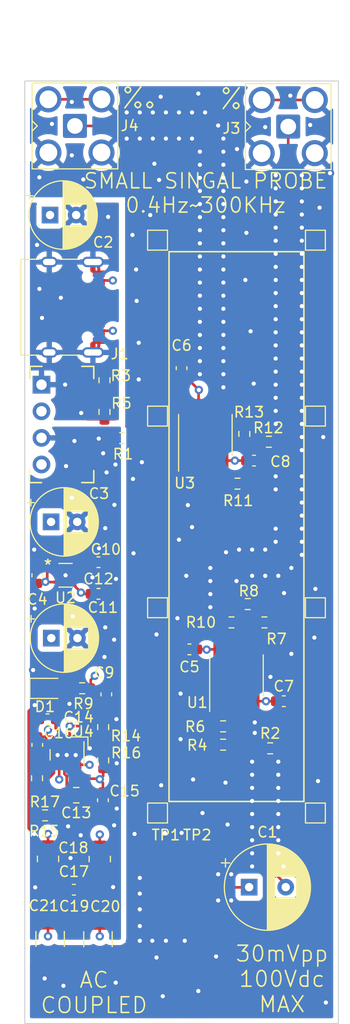
<source format=kicad_pcb>
(kicad_pcb (version 20220331) (generator pcbnew)
  (layers (0 "F.Cu" signal) (1 "In1.Cu" signal) (2 "In2.Cu" signal) (31 "B.Cu" signal) (34 "B.Paste" user) (35 "F.Paste" user) (36 "B.SilkS" user "B.Silkscreen") (37 "F.SilkS" user "F.Silkscreen") (38 "B.Mask" user) (39 "F.Mask" user) (44 "Edge.Cuts" user))
  (net 0 "")
  (net 1 "Net-(C1-Pad1)")
  (net 2 "Net-(U1A-+)_1")
  (net 3 "Net-(J1-VBUS)")
  (net 4 "GNDPWR")
  (net 5 "+5V")
  (net 6 "GND")
  (net 7 "VAA")
  (net 8 "GNDA")
  (net 9 "VEE")
  (net 10 "VCC")
  (net 11 "Net-(U2-BYP)")
  (net 12 "Net-(U4-C+)")
  (net 13 "Net-(U4-C-)")
  (net 14 "Net-(U4-CP)")
  (net 15 "Net-(U4-OUT+)")
  (net 16 "Net-(U4-OUT-)")
  (net 17 "Net-(D1-A)")
  (net 18 "Net-(J1-CC1)")
  (net 19 "Net-(J1-D+)")
  (net 21 "Net-(J1-CC2)")
  (net 23 "Net-(J3-In)")
  (net 24 "Net-(U1A--)_1")
  (net 25 "Net-(U1A-+)")
  (net 26 "Net-(U1A--)")
  (net 27 "Net-(U3--)")
  (net 28 "Net-(U4-FB+)")
  (net 29 "Net-(U4-FB-)")
  (net 33 "Net-(J4-In)")
  (footprint "Resistor_SMD:R_0603_1608Metric" (layer "F.Cu") (at 137.625 81.6 90)
    (fp_text reference "R5")
    (fp_text value "5.1k")
  )
  (footprint "Package_SON:WSON-12-1EP_3x2mm_P0.5mm_EP1x2.65_ThermalVias" (layer "F.Cu") (at 134.0425 114.3425 -90)
    (fp_text reference "U4")
    (fp_text value "LM27762")
  )
  (footprint "Capacitor_THT:CP_Radial_D6.3mm_P2.50mm" (layer "F.Cu") (at 132.517621 92.1)
    (fp_text reference "C3")
    (fp_text value "220uf")
  )
  (footprint "Resistor_SMD:R_0603_1608Metric" (layer "F.Cu") (at 153.35 84.45 180)
    (fp_text reference "R12")
    (fp_text value "2.1k")
  )
  (footprint "TestPoint:TestPoint_Pad_1.5x1.5mm" (layer "F.Cu") (at 142.7 65.2)
    (fp_text reference "TP10" hide)
    (fp_text value "RF_Shell")
  )
  (footprint "Resistor_SMD:R_0603_1608Metric" (layer "F.Cu") (at 148.975 111.625 180)
    (fp_text reference "R6")
    (fp_text value "18.7k")
  )
  (footprint "Capacitor_SMD:C_0603_1608Metric" (layer "F.Cu") (at 131.2 113.4 -90)
    (fp_text reference "C16")
    (fp_text value "2.2uF")
  )
  (footprint "Resistor_SMD:R_0603_1608Metric" (layer "F.Cu") (at 135.49 107.99)
    (fp_text reference "R9")
    (fp_text value "200")
  )
  (footprint "Capacitor_SMD:C_0603_1608Metric" (layer "F.Cu") (at 137.05 98.975)
    (fp_text reference "C12")
    (fp_text value "1uf")
  )
  (footprint "FP:P50 Tip" (layer "F.Cu") (at 146.5 127 90)
    (fp_text reference "TP2")
    (fp_text value "TestPoint")
  )
  (footprint "Resistor_SMD:R_0603_1608Metric" (layer "F.Cu") (at 151.325 99.95 180)
    (fp_text reference "R8")
    (fp_text value "2.1k")
  )
  (footprint "Resistor_SMD:R_0603_1608Metric" (layer "F.Cu") (at 137.625 78.575 90)
    (fp_text reference "R3")
    (fp_text value "5.1k")
  )
  (footprint "Resistor_SMD:R_0603_1608Metric" (layer "F.Cu") (at 152.925 101.7)
    (fp_text reference "R7")
    (fp_text value "51k")
  )
  (footprint "Resistor_SMD:R_0603_1608Metric" (layer "F.Cu") (at 139.325 84.1)
    (fp_text reference "R1")
    (fp_text value "0")
  )
  (footprint "Resistor_SMD:R_0603_1608Metric" (layer "F.Cu") (at 131.175 116.575 -90)
    (fp_text reference "R17")
    (fp_text value "75K")
  )
  (footprint "FP:C_Feed_0805_2012Metric" (layer "F.Cu") (at 132.225 124.275 90)
    (fp_text reference "C18")
    (fp_text value "104")
  )
  (footprint "Package_SO:SOIC-8_3.9x4.9mm_P1.27mm" (layer "F.Cu") (at 150.25 106.75 90)
    (fp_text reference "U1")
    (fp_text value "ADA4522-2")
  )
  (footprint "Resistor_SMD:R_0603_1608Metric" (layer "F.Cu") (at 137.5 114.875 90)
    (fp_text reference "R16")
    (fp_text value "78.7k")
  )
  (footprint "Capacitor_SMD:C_0603_1608Metric" (layer "F.Cu") (at 154.775 109.225)
    (fp_text reference "C7")
    (fp_text value "100nf")
  )
  (footprint "TestPoint:TestPoint_Pad_1.5x1.5mm" (layer "F.Cu") (at 142.7 82)
    (fp_text reference "TP7" hide)
    (fp_text value "RF_Shell")
  )
  (footprint "Capacitor_SMD:C_0603_1608Metric" (layer "F.Cu") (at 151.925 86.25)
    (fp_text reference "C8")
    (fp_text value "100nf")
  )
  (footprint "Capacitor_SMD:C_0603_1608Metric" (layer "F.Cu") (at 137.475 118.675 90)
    (fp_text reference "C15")
    (fp_text value "2.2uF")
  )
  (footprint "Capacitor_SMD:C_0603_1608Metric" (layer "F.Cu") (at 137.8 108.575 90)
    (fp_text reference "C9")
    (fp_text value "100nF")
  )
  (footprint "Resistor_SMD:R_0603_1608Metric" (layer "F.Cu") (at 131.95 120.125)
    (fp_text reference "R15")
    (fp_text value "51K")
  )
  (footprint "Capacitor_SMD:C_0603_1608Metric" (layer "F.Cu") (at 137.05 95.95)
    (fp_text reference "C10")
    (fp_text value "100nf")
  )
  (footprint "FP:C_Feed_0805_2012Metric" (layer "F.Cu") (at 137.175 124.3 -90)
    (fp_text reference "C17")
    (fp_text value "104")
  )
  (footprint "Capacitor_SMD:C_0603_1608Metric" (layer "F.Cu") (at 134.7 127.225 180)
    (fp_text reference "C19")
    (fp_text value "2.2uF")
  )
  (footprint "Capacitor_SMD:C_1210_3225Metric" (layer "F.Cu") (at 137 131.95 -90)
    (fp_text reference "C20")
    (fp_text value "100uf")
  )
  (footprint "Resistor_SMD:R_0603_1608Metric" (layer "F.Cu") (at 137.5 111.7 90)
    (fp_text reference "R14")
    (fp_text value "51K")
  )
  (footprint "LED_SMD:LED_0805_2012Metric" (layer "F.Cu") (at 132.1625 108)
    (fp_text reference "D1")
    (fp_text value "LED")
  )
  (footprint "TestPoint:TestPoint_Pad_1.5x1.5mm" (layer "F.Cu") (at 157.8 82)
    (fp_text reference "TP4" hide)
    (fp_text value "RF_Shell")
  )
  (footprint "TestPoint:TestPoint_Pad_1.5x1.5mm" (layer "F.Cu") (at 157.8 65.2)
    (fp_text reference "TP3" hide)
    (fp_text value "RF_Shell")
  )
  (footprint "TestPoint:TestPoint_Pad_1.5x1.5mm" (layer "F.Cu") (at 157.8 119.9)
    (fp_text reference "TP8" hide)
    (fp_text value "RF_Shell")
  )
  (footprint "Connector_USB:USB_C_Receptacle_XKB_U262-16XN-4BVC11" (layer "F.Cu") (at 133.415 71.6 -90)
    (fp_text reference "J1")
    (fp_text value "USB_C_Receptacle_USB2.0")
  )
  (footprint "Resistor_SMD:R_0603_1608Metric" (layer "F.Cu") (at 148.975 113.375)
    (fp_text reference "R4")
    (fp_text value "2.1k")
  )
  (footprint "TestPoint:TestPoint_Pad_1.5x1.5mm" (layer "F.Cu") (at 157.8 100.3)
    (fp_text reference "TP5" hide)
    (fp_text value "RF_Shell")
  )
  (footprint "TestPoint:TestPoint_Pad_1.5x1.5mm" (layer "F.Cu") (at 142.7 100.3)
    (fp_text reference "TP9" hide)
    (fp_text value "RF_Shell")
  )
  (footprint "Capacitor_SMD:C_1210_3225Metric" (layer "F.Cu") (at 132.425 131.925 90)
    (fp_text reference "C21")
    (fp_text value "100uf")
  )
  (footprint "FP:NCV8570BMN300R2G" (layer "F.Cu") (at 133.9 97.2)
    (fp_text reference "U2")
    (fp_text value "NCV8570BMN300R2G" hide)
  )
  (footprint "Capacitor_THT:CP_Radial_D6.3mm_P2.50mm" (layer "F.Cu") (at 132.54 103.2)
    (fp_text reference "C11")
    (fp_text value "220uf")
  )
  (footprint "Capacitor_THT:CP_Radial_D6.3mm_P2.50mm" (layer "F.Cu") (at 132.417621 62.8)
    (fp_text reference "C2")
    (fp_text value "220uf")
  )
  (footprint "Resistor_SMD:R_0603_1608Metric" (layer "F.Cu") (at 153.475 113.725)
    (fp_text reference "R2")
    (fp_text value "200k")
  )
  (footprint "Resistor_SMD:R_0603_1608Metric" (layer "F.Cu") (at 149.775 101.7 180)
    (fp_text reference "R10")
    (fp_text value "18.7k")
  )
  (footprint "Resistor_SMD:R_0603_1608Metric" (layer "F.Cu") (at 151 83.7 90)
    (fp_text reference "R13")
    (fp_text value "18.7k")
  )
  (footprint "FP:5V1W" (layer "F.Cu") (at 131.6 79)
    (fp_text reference "J2")
    (fp_text value "Conn_01x04")
  )
  (footprint "Connector_Coaxial:SMA_Amphenol_901-143_Horizontal" (layer "F.Cu") (at 155.2 54.35)
    (fp_text reference "J3")
    (fp_text value "BNC")
  )
  (footprint "Connector_Coaxial:SMA_Amphenol_901-143_Horizontal" (layer "F.Cu") (at 134.8 54.29)
    (fp_text reference "J4")
    (fp_text value "BNC")
  )
  (footprint "Capacitor_SMD:C_0805_2012Metric" (layer "F.Cu") (at 134.925 118.2 180)
    (fp_text reference "C13")
    (fp_text value "4.7uF")
  )
  (footprint "Capacitor_SMD:C_0603_1608Metric" (layer "F.Cu") (at 131.2 97.2 90)
    (fp_text reference "C4")
    (fp_text value "100nf")
  )
  (footprint "Capacitor_SMD:C_0603_1608Metric" (layer "F.Cu") (at 145.75 104.275 180)
    (fp_text reference "C5")
    (fp_text value "100nf")
  )
  (footprint "FP:P50 Tip" (layer "F.Cu") (at 143.5 127 90)
    (fp_text reference "TP1")
    (fp_text value "TestPoint")
  )
  (footprint "Resistor_SMD:R_0603_1608Metric" (layer "F.Cu") (at 150.35 88.45)
    (fp_text reference "R11")
    (fp_text value "51k")
  )
  (footprint "Package_SO:SOIC-8_3.9x4.9mm_P1.27mm" (layer "F.Cu") (at 147.275 83.8 90)
    (fp_text reference "U3")
    (fp_text value "LME49710")
  )
  (footprint "TestPoint:TestPoint_Pad_1.5x1.5mm" (layer "F.Cu") (at 142.7 119.9)
    (fp_text reference "TP6" hide)
    (fp_text value "RF_Shell")
  )
  (footprint "Capacitor_SMD:C_0603_1608Metric" (layer "F.Cu") (at 132.175 110.95 180)
    (fp_text reference "C14")
    (fp_text value "2.2uF")
  )
  (footprint "Capacitor_THT:CP_Radial_D8.0mm_P3.50mm" (layer "F.Cu") (at 151.46 126.98)
    (fp_text reference "C1")
    (fp_text value "10uf")
  )
  (footprint "Capacitor_SMD:C_0603_1608Metric" (layer "F.Cu") (at 145 77.425 90)
    (fp_text reference "C6")
    (fp_text value "100nf")
  )
  (gr_line (start 156.7 66.3) (end 156.7 99.1) (stroke (width 0.15)) (layer "F.SilkS"))
  (gr_line (start 156.7 118.8) (end 143.8 118.8) (stroke (width 0.15)) (layer "F.SilkS"))
  (gr_line (start 143.8 66.3) (end 156.7 66.3) (stroke (width 0.15)) (layer "F.SilkS"))
  (gr_line (start 143.8 99.1) (end 143.8 66.3) (stroke (width 0.15)) (layer "F.SilkS"))
  (gr_line (start 156.7 99.1) (end 156.7 118.8) (stroke (width 0.15)) (layer "F.SilkS"))
  (gr_line (start 143.8 118.8) (end 143.8 99.1) (stroke (width 0.15)) (layer "F.SilkS"))
  (gr_line (start 130 140) (end 130 50) (stroke (width 0.1)) (layer "Edge.Cuts"))
  (gr_line (start 160 140) (end 130 140) (stroke (width 0.1)) (layer "Edge.Cuts"))
  (gr_line (start 130 50) (end 160 50) (stroke (width 0.1)) (layer "Edge.Cuts"))
  (gr_line (start 160 50) (end 160 140) (stroke (width 0.1)) (layer "Edge.Cuts"))
  (gr_text "SMALL SINGAL PROBE\n0.4Hz~300KHz" (at 147.3 60.7) (layer "F.SilkS") (effects (font (size 1.44 1.44))))
  (gr_text "%" (at 149.74 51.72) (layer "F.SilkS") (effects (font (size 2 2))))
  (gr_text "‰" (at 140.91 51.64) (layer "F.SilkS") (effects (font (size 2 2))))
  (gr_text "30mVpp\n100Vdc\nMAX" (at 154.6 135.75) (layer "F.SilkS") (effects (font (size 1.5 1.5))))
  (gr_text "AC\nCOUPLED" (at 136.625 137.05) (layer "F.SilkS") (effects (font (size 1.5 1.5))))
  (segment (start 151.44 127) (end 146.5 127) (width 0.25) (layer "F.Cu") (net 1))
  (segment (start 151.46 126.98) (end 151.44 127) (width 0.25) (layer "F.Cu") (net 1))
  (segment (start 148.925 106.8) (end 151.475 106.8) (width 0.25) (layer "F.Cu") (net 2))
  (segment (start 148.2 110.925) (end 148.2 111.625) (width 0.25) (layer "F.Cu") (net 2))
  (segment (start 152.175 106.1) (end 152.175 104.295) (width 0.25) (layer "F.Cu") (net 2))
  (segment (start 148.345 109.225) (end 148.345 110.78) (width 0.25) (layer "F.Cu") (net 2))
  (segment (start 148.345 109.225) (end 148.345 107.38) (width 0.25) (layer "F.Cu") (net 2))
  (segment (start 148.345 107.38) (end 148.925 106.8) (width 0.25) (layer "F.Cu") (net 2))
  (segment (start 152.155 104.275) (end 152.155 101.705) (width 0.25) (layer "F.Cu") (net 2))
  (segment (start 148.345 110.78) (end 148.2 110.925) (width 0.25) (layer "F.Cu") (net 2))
  (segment (start 152.175 104.295) (end 152.155 104.275) (width 0.25) (layer "F.Cu") (net 2))
  (segment (start 152.155 101.705) (end 152.15 101.7) (width 0.25) (layer "F.Cu") (net 2))
  (segment (start 151.475 106.8) (end 152.175 106.1) (width 0.25) (layer "F.Cu") (net 2))
  (segment (start 137.085 73.85) (end 138.425 73.85) (width 0.25) (layer "F.Cu") (net 3))
  (segment (start 137.085 69.05) (end 138.425 69.05) (width 0.25) (layer "F.Cu") (net 3))
  (segment (start 137.085 73.85) (end 137.085 74.15) (width 0.25) (layer "F.Cu") (net 3))
  (segment (start 137.085 69.05) (end 137.085 69.35) (width 0.25) (layer "F.Cu") (net 3))
  (via (at 138.425 73.85) (size 0.8) (drill 0.4) (layers "F.Cu" "B.Cu") (net 3))
  (via (at 138.425 69.05) (size 0.8) (drill 0.4) (layers "F.Cu" "B.Cu") (net 3))
  (segment (start 137.085 74.65) (end 137.085 74.95) (width 0.25) (layer "F.Cu") (net 4))
  (segment (start 137.085 68.25) (end 137.085 68.55) (width 0.25) (layer "F.Cu") (net 4))
  (segment (start 137.5 82.3) (end 137 82.3) (width 0.25) (layer "F.Cu") (net 4))
  (segment (start 137 82.3) (end 138.6 82.3) (width 0.25) (layer "F.Cu") (net 4))
  (segment (start 136 82.3) (end 135.4 81.7) (width 0.25) (layer "F.Cu") (net 4))
  (segment (start 138.6 82.3) (end 138.8 82.1) (width 0.25) (layer "F.Cu") (net 4))
  (segment (start 138.8 79.5) (end 138.65 79.35) (width 0.25) (layer "F.Cu") (net 4))
  (segment (start 137.085 67.845) (end 136.52 67.28) (width 0.25) (layer "F.Cu") (net 4))
  (segment (start 138.65 79.35) (end 137.625 79.35) (width 0.25) (layer "F.Cu") (net 4))
  (segment (start 138.8 82.1) (end 138.8 79.5) (width 0.25) (layer "F.Cu") (net 4))
  (segment (start 137 82.3) (end 136 82.3) (width 0.25) (layer "F.Cu") (net 4))
  (segment (start 137.085 74.65) (end 137.085 75.355) (width 0.25) (layer "F.Cu") (net 4))
  (segment (start 137.085 68.25) (end 137.085 67.845) (width 0.25) (layer "F.Cu") (net 4))
  (segment (start 137.085 75.355) (end 136.52 75.92) (width 0.25) (layer "F.Cu") (net 4))
  (segment (start 137.625 82.425) (end 137.5 82.3) (width 0.25) (layer "F.Cu") (net 4))
  (via (at 131.175 65.65) (size 0.8) (drill 0.4) (layers "F.Cu" "B.Cu") (net 4))
  (via (at 131.65 72.625) (size 0.8) (drill 0.4) (layers "F.Cu" "B.Cu") (net 4))
  (via (at 133.86 78.99) (size 0.8) (drill 0.4) (layers "F.Cu" "B.Cu") (net 4))
  (via (at 137.975 62.975) (size 0.8) (drill 0.4) (layers "F.Cu" "B.Cu") (net 4))
  (via (at 135.4 81.7) (size 0.8) (drill 0.4) (layers "F.Cu" "B.Cu") (net 4))
  (via (at 133.45 70.7) (size 0.8) (drill 0.4) (layers "F.Cu" "B.Cu") (net 4))
  (via (at 131.4 69.85) (size 0.8) (drill 0.4) (layers "F.Cu" "B.Cu") (net 4))
  (segment (start 131.325001 97.849999) (end 131.2 97.975) (width 0.25) (layer "F.Cu") (net 5))
  (segment (start 132.77575 97.849999) (end 132.150001 97.849999) (width 0.25) (layer "F.Cu") (net 5))
  (segment (start 132.251199 96.548801) (end 132.150001 96.649999) (width 0.25) (layer "F.Cu") (net 5))
  (segment (start 131.999999 97.849999) (end 131.975 97.825) (width 0.25) (layer "F.Cu") (net 5))
  (segment (start 132.150001 96.649999) (end 132.150001 97.849999) (width 0.25) (layer "F.Cu") (net 5))
  (segment (start 132.77575 96.548801) (end 132.251199 96.548801) (width 0.25) (layer "F.Cu") (net 5))
  (segment (start 131.975 97.825) (end 131.950001 97.849999) (width 0.25) (layer "F.Cu") (net 5))
  (segment (start 131.950001 97.849999) (end 131.325001 97.849999) (width 0.25) (layer "F.Cu") (net 5))
  (segment (start 132.150001 97.849999) (end 131.999999 97.849999) (width 0.25) (layer "F.Cu") (net 5))
  (via (at 131.975 97.825) (size 0.8) (drill 0.4) (layers "F.Cu" "B.Cu") (net 5))
  (segment (start 130.95 109.6) (end 130.37548 110.17452) (width 0.25) (layer "F.Cu") (net 6))
  (segment (start 133.7925 114.0925) (end 134.01 114.31) (width 0.25) (layer "F.Cu") (net 6))
  (segment (start 134.62425 97.1988) (end 133.9012 97.1988) (width 0.25) (layer "F.Cu") (net 6))
  (segment (start 134.06 114.36) (end 134.0425 114.3425) (width 0.25) (layer "F.Cu") (net 6))
  (segment (start 130.37548 114.99952) (end 130.37548 115.97452) (width 0.25) (layer "F.Cu") (net 6))
  (segment (start 133.7925 114.1425) (end 134.01 114.36) (width 0.25) (layer "F.Cu") (net 6))
  (segment (start 135.2925 114.0925) (end 134.87 114.37) (width 0.25) (layer "F.Cu") (net 6))
  (segment (start 136.2738 97.1988) (end 136.475 97.4) (width 0.25) (layer "F.Cu") (net 6))
  (segment (start 134.01 114.31) (end 134.01 114.36) (width 0.25) (layer "F.Cu") (net 6))
  (segment (start 130.37548 110.17452) (end 130.37548 115.97452) (width 0.25) (layer "F.Cu") (net 6))
  (segment (start 130.37548 115.97452) (end 130.37548 121.37548) (width 0.25) (layer "F.Cu") (net 6))
  (segment (start 134.82425 97.1988) (end 136.2738 97.1988) (width 0.25) (layer "F.Cu") (net 6))
  (segment (start 133.7925 113.3175) (end 133.7925 114.1425) (width 0.25) (layer "F.Cu") (net 6))
  (segment (start 134.01 114.36) (end 134.06 114.36) (width 0.25) (layer "F.Cu") (net 6))
  (segment (start 130.37548 121.37548) (end 130.9 121.9) (width 0.25) (layer "F.Cu") (net 6))
  (segment (start 131.2 114.175) (end 130.37548 114.99952) (width 0.25) (layer "F.Cu") (net 6))
  (segment (start 135.2925 113.3925) (end 135.2925 114.0925) (width 0.25) (layer "F.Cu") (net 6))
  (segment (start 134.87 114.37) (end 135.0425 114.3425) (width 0.25) (layer "F.Cu") (net 6))
  (segment (start 130.9 121.9) (end 130.9 121.85) (width 0.25) (layer "F.Cu") (net 6))
  (segment (start 132.97575 97.1988) (end 133.8988 97.1988) (width 0.25) (layer "F.Cu") (net 6))
  (segment (start 130.9 121.85) (end 130.37548 121.32548) (width 0.25) (layer "F.Cu") (net 6))
  (via (at 137.7 92.7) (size 0.8) (drill 0.4) (layers "F.Cu" "B.Cu") (net 6))
  (via (at 138.55 103.35) (size 0.8) (drill 0.4) (layers "F.Cu" "B.Cu") (net 6))
  (via (at 134.5 89.8) (size 0.8) (drill 0.4) (layers "F.Cu" "B.Cu") (net 6))
  (via (at 134.6 101.125) (size 0.8) (drill 0.4) (layers "F.Cu" "B.Cu") (net 6))
  (via (at 138.675 86.625) (size 0.8) (drill 0.4) (layers "F.Cu" "B.Cu") (net 6))
  (via (at 134.275 109.475) (size 0.8) (drill 0.4) (layers "F.Cu" "B.Cu") (net 6))
  (via (at 130.8 106.25) (size 0.8) (drill 0.4) (layers "F.Cu" "B.Cu") (net 6))
  (via (at 133.14 114.37) (size 0.8) (drill 0.4) (layers "F.Cu" "B.Cu") (net 6))
  (via (at 134.87 114.37) (size 0.8) (drill 0.4) (layers "F.Cu" "B.Cu") (net 6))
  (via (at 137.825 87.375) (size 0.8) (drill 0.4) (layers "F.Cu" "B.Cu") (net 6))
  (via (at 137.075 84.15) (size 0.8) (drill 0.4) (layers "F.Cu" "B.Cu") (net 6))
  (via (at 136.22 113.72) (size 0.8) (drill 0.4) (layers "F.Cu" "B.Cu") (net 6))
  (via (at 134.75 84.375) (size 0.8) (drill 0.4) (layers "F.Cu" "B.Cu") (net 6))
  (via (at 130.95 109.6) (size 0.8) (drill 0.4) (layers "F.Cu" "B.Cu") (net 6))
  (via (at 138.725 97.55) (size 0.8) (drill 0.4) (layers "F.Cu" "B.Cu") (net 6))
  (via (at 138.575 90.475) (size 0.8) (drill 0.4) (layers "F.Cu" "B.Cu") (net 6))
  (via (at 130.9 121.9) (size 0.8) (drill 0.4) (layers "F.Cu" "B.Cu") (net 6))
  (via (at 135.35 122.025) (size 0.8) (drill 0.4) (layers "F.Cu" "B.Cu") (net 6))
  (via (at 137.625 105) (size 0.8) (drill 0.4) (layers "F.Cu" "B.Cu") (net 6))
  (via (at 138.77 110.94) (size 0.8) (drill 0.4) (layers "F.Cu" "B.Cu") (net 6))
  (via (at 137.5 85.55) (size 0.8) (drill 0.4) (layers "F.Cu" "B.Cu") (net 6))
  (via (at 131 127) (size 0.8) (drill 0.4) (layers "F.Cu" "B.Cu") (net 6))
  (via (at 130.9 94.75) (size 0.8) (drill 0.4) (layers "F.Cu" "B.Cu") (net 6))
  (via (at 137.1 94.625) (size 0.8) (drill 0.4) (layers "F.Cu" "B.Cu") (net 6))
  (via (at 137.7 102.175) (size 0.8) (drill 0.4) (layers "F.Cu" "B.Cu") (net 6))
  (via (at 130.95 100.375) (size 0.8) (drill 0.4) (layers "F.Cu" "B.Cu") (net 6))
  (via (at 138.45 126.975) (size 0.8) (drill 0.4) (layers "F.Cu" "B.Cu") (net 6))
  (via (at 134.01 114.36) (size 0.8) (drill 0.4) (layers "F.Cu" "B.Cu") (net 6))
  (via (at 138.8 119.475) (size 0.8) (drill 0.4) (layers "F.Cu" "B.Cu") (net 6))
  (via (at 133.9 97.2) (size 0.8) (drill 0.4) (layers "F.Cu" "B.Cu") (net 6))
  (via (at 134.375 124.2) (size 0.8) (drill 0.4) (layers "F.Cu" "B.Cu") (net 6))
  (via (at 133.95 86.775) (size 0.8) (drill 0.4) (layers "F.Cu" "B.Cu") (net 6))
  (via (at 136.475 97.4) (size 0.8) (drill 0.4) (layers "F.Cu" "B.Cu") (net 6))
  (via (at 138.8 115.15) (size 0.8) (drill 0.4) (layers "F.Cu" "B.Cu") (net 6))
  (via (at 138.55 121.075) (size 0.8) (drill 0.4) (layers "F.Cu" "B.Cu") (net 6))
  (via (at 134.15 121.175) (size 0.8) (drill 0.4) (layers "F.Cu" "B.Cu") (net 6))
  (segment (start 137.175 125.57) (end 137.175 129.4) (width 0.25) (layer "F.Cu") (net 7))
  (segment (start 146.625 79.525) (end 146.625 81.31) (width 0.25) (layer "F.Cu") (net 7))
  (segment (start 146.625 81.31) (end 146.64 81.325) (width 0.25) (layer "F.Cu") (net 7))
  (segment (start 147.4 104.3) (end 147.425 104.275) (width 0.25) (layer "F.Cu") (net 7))
  (segment (start 147.375 104.275) (end 147.4 104.3) (width 0.25) (layer "F.Cu") (net 7))
  (segment (start 146.65 79.5) (end 146.625 79.525) (width 0.25) (layer "F.Cu") (net 7))
  (segment (start 137.175 126.425) (end 136.375 127.225) (width 0.25) (layer "F.Cu") (net 7))
  (segment (start 147.425 104.275) (end 148.345 104.275) (width 0.25) (layer "F.Cu") (net 7))
  (segment (start 145 78.2) (end 145.35 78.2) (width 0.25) (layer "F.Cu") (net 7))
  (segment (start 145.35 78.2) (end 146.65 79.5) (width 0.25) (layer "F.Cu") (net 7))
  (segment (start 146.525 104.275) (end 147.375 104.275) (width 0.25) (layer "F.Cu") (net 7))
  (segment (start 136.375 127.225) (end 135.475 127.225) (width 0.25) (layer "F.Cu") (net 7))
  (segment (start 137.175 125.57) (end 137.175 126.425) (width 0.25) (layer "F.Cu") (net 7))
  (segment (start 137.175 129.4) (end 137.175 131.675) (width 0.25) (layer "F.Cu") (net 7))
  (via (at 146.65 79.5) (size 0.8) (drill 0.4) (layers "F.Cu" "B.Cu") (net 7))
  (via (at 147.4 104.3) (size 0.8) (drill 0.4) (layers "F.Cu" "B.Cu") (net 7))
  (via (at 137.175 131.675) (size 0.8) (drill 0.4) (layers "F.Cu" "B.Cu") (net 7))
  (segment (start 143.4 132) (end 143.5 132.1) (width 0.25) (layer "F.Cu") (net 8))
  (segment (start 143.4 121.8) (end 143.4 132) (width 0.25) (layer "F.Cu") (net 8))
  (segment (start 145 121.8) (end 143.5 123.3) (width 0.25) (layer "F.Cu") (net 8))
  (segment (start 143.5 129.6) (end 143.5 127) (width 0.25) (layer "F.Cu") (net 8))
  (segment (start 134.75 51.75) (end 134.5 52) (width 0.25) (layer "F.Cu") (net 8))
  (segment (start 154.99 51.81) (end 155.4 51.4) (width 0.25) (layer "F.Cu") (net 8))
  (segment (start 143.5 124.9) (end 143.5 127) (width 0.25) (layer "F.Cu") (net 8))
  (segment (start 132.26 51.75) (end 134.25 51.75) (width 0.25) (layer "F.Cu") (net 8))
  (segment (start 157.74 51.81) (end 155.81 51.81) (width 0.25) (layer "F.Cu") (net 8))
  (segment (start 152.66 51.81) (end 154.99 51.81) (width 0.25) (layer "F.Cu") (net 8))
  (segment (start 141 132.1) (end 143.5 129.6) (width 0.25) (layer "F.Cu") (net 8))
  (segment (start 137.34 51.75) (end 134.75 51.75) (width 0.25) (layer "F.Cu") (net 8))
  (segment (start 155.81 51.81) (end 155.4 51.4) (width 0.25) (layer "F.Cu") (net 8))
  (segment (start 143.5 127) (end 143.5 130.3) (width 0.25) (layer "F.Cu") (net 8))
  (segment (start 140.5 121.9) (end 143.5 124.9) (width 0.25) (layer "F.Cu") (net 8))
  (segment (start 143.5 130.3) (end 145.3 132.1) (width 0.25) (layer "F.Cu") (net 8))
  (segment (start 134.25 51.75) (end 134.5 52) (width 0.25) (layer "F.Cu") (net 8))
  (segment (start 143.5 123.3) (end 143.5 127) (width 0.25) (layer "F.Cu") (net 8))
  (via (at 156.5 79) (size 0.8) (drill 0.4) (layers "F.Cu" "B.Cu") (net 8))
  (via (at 135.6 59.4) (size 0.8) (drill 0.4) (layers "F.Cu" "B.Cu") (net 8))
  (via (at 147 119.9) (size 0.8) (drill 0.4) (layers "F.Cu" "B.Cu") (net 8))
  (via (at 154 79) (size 0.8) (drill 0.4) (layers "F.Cu" "B.Cu") (net 8))
  (via (at 156.5 69) (size 0.8) (drill 0.4) (layers "F.Cu" "B.Cu") (net 8))
  (via (at 156.5 91.5) (size 0.8) (drill 0.4) (layers "F.Cu" "B.Cu") (net 8))
  (via (at 144.75 93.8) (size 0.8) (drill 0.4) (layers "F.Cu" "B.Cu") (net 8))
  (via (at 149 59.25) (size 0.8) (drill 0.4) (layers "F.Cu" "B.Cu") (net 8))
  (via (at 154 77.75) (size 0.8) (drill 0.4) (layers "F.Cu" "B.Cu") (net 8))
  (via (at 156.5 87.75) (size 0.8) (drill 0.4) (layers "F.Cu" "B.Cu") (net 8))
  (via (at 154 69) (size 0.8) (drill 0.4) (layers "F.Cu" "B.Cu") (net 8))
  (via (at 146.75 63) (size 0.8) (drill 0.4) (layers "F.Cu" "B.Cu") (net 8))
  (via (at 149 60.5) (size 0.8) (drill 0.4) (layers "F.Cu" "B.Cu") (net 8))
  (via (at 146.75 65.5) (size 0.8) (drill 0.4) (layers "F.Cu" "B.Cu") (net 8))
  (via (at 154 80.25) (size 0.8) (drill 0.4) (layers "F.Cu" "B.Cu") (net 8))
  (via (at 151.2 64.5) (size 0.8) (drill 0.4) (layers "F.Cu" "B.Cu") (net 8))
  (via (at 144.9 112.85) (size 0.8) (drill 0.4) (layers "F.Cu" "B.Cu") (net 8))
  (via (at 154.8 98.9) (size 0.8) (drill 0.4) (layers "F.Cu" "B.Cu") (net 8))
  (via (at 146.75 74.25) (size 0.8) (drill 0.4) (layers "F.Cu" "B.Cu") (net 8))
  (via (at 149 76.75) (size 0.8) (drill 0.4) (layers "F.Cu" "B.Cu") (net 8))
  (via (at 154.25 97.25) (size 0.8) (drill 0.4) (layers "F.Cu" "B.Cu") (net 8))
  (via (at 156.5 59) (size 0.8) (drill 0.4) (layers "F.Cu" "B.Cu") (net 8))
  (via (at 151.75 97.25) (size 0.8) (drill 0.4) (layers "F.Cu" "B.Cu") (net 8))
  (via (at 154 70.25) (size 0.8) (drill 0.4) (layers "F.Cu" "B.Cu") (net 8))
  (via (at 141 126.1) (size 0.8) (drill 0.4) (layers "F.Cu" "B.Cu") (net 8))
  (via (at 156.5 72.75) (size 0.8) (drill 0.4) (layers "F.Cu" "B.Cu") (net 8))
  (via (at 154.75 125) (size 0.8) (drill 0.4) (layers "F.Cu" "B.Cu") (net 8))
  (via (at 157.8 98.5) (size 0.8) (drill 0.4) (layers "F.Cu" "B.Cu") (net 8))
  (via (at 153 94.75) (size 0.8) (drill 0.4) (layers "F.Cu" "B.Cu") (net 8))
  (via (at 149 69.25) (size 0.8) (drill 0.4) (layers "F.Cu" "B.Cu") (net 8))
  (via (at 156.5 82.75) (size 0.8) (drill 0.4) (layers "F.Cu" "B.Cu") (net 8))
  (via (at 156.5 80.25) (size 0.8) (drill 0.4) (layers "F.Cu" "B.Cu") (net 8))
  (via (at 154 60.25) (size 0.8) (drill 0.4) (layers "F.Cu" "B.Cu") (net 8))
  (via (at 141 55.5) (size 0.8) (drill 0.4) (layers "F.Cu" "B.Cu") (net 8))
  (via (at 154.25 122.5) (size 0.8) (drill 0.4) (layers "F.Cu" "B.Cu") (net 8))
  (via (at 142.25 53) (size 0.8) (drill 0.4) (layers "F.Cu" "B.Cu") (net 8))
  (via (at 154 72.75) (size 0.8) (drill 0.4) (layers "F.Cu" "B.Cu") (net 8))
  (via (at 132.6 54.1) (size 0.8) (drill 0.4) (layers "F.Cu" "B.Cu") (net 8))
  (via (at 149 68) (size 0.8) (drill 0.4) (layers "F.Cu" "B.Cu") (net 8))
  (via (at 148.3 133.6) (size 0.8) (drill 0.4) (layers "F.Cu" "B.Cu") (net 8))
  (via (at 153.5 106.9) (size 0.8) (drill 0.4) (layers "F.Cu" "B.Cu") (net 8))
  (via (at 156.5 65.25) (size 0.8) (drill 0.4) (layers "F.Cu" "B.Cu") (net 8))
  (via (at 139.75 53) (size 0.8) (drill 0.4) (layers "F.Cu" "B.Cu") (net 8))
  (via (at 156.5 60.25) (size 0.8) (drill 0.4) (layers "F.Cu" "B.Cu") (net 8))
  (via (at 156.5 64) (size 0.8) (drill 0.4) (layers "F.Cu" "B.Cu") (net 8))
  (via (at 154 75.25) (size 0.8) (drill 0.4) (layers "F.Cu" "B.Cu") (net 8))
  (via (at 151.75 117.5) (size 0.8) (drill 0.4) (layers "F.Cu" "B.Cu") (net 8))
  (via (at 146.75 64.25) (size 0.8) (drill 0.4) (layers "F.Cu" "B.Cu") (net 8))
  (via (at 143.05 117.25) (size 0.8) (drill 0.4) (layers "F.Cu" "B.Cu") (net 8))
  (via (at 156.5 66.5) (size 0.8) (drill 0.4) (layers "F.Cu" "B.Cu") (net 8))
  (via (at 156.5 81.5) (size 0.8) (drill 0.4) (layers "F.Cu" "B.Cu") (net 8))
  (via (at 154 81.5) (size 0.8) (drill 0.4) (layers "F.Cu" "B.Cu") (net 8))
  (via (at 149 65.5) (size 0.8) (drill 0.4) (layers "F.Cu" "B.Cu") (net 8))
  (via (at 151.75 120) (size 0.8) (drill 0.4) (layers "F.Cu" "B.Cu") (net 8))
  (via (at 138.7 136.1) (size 0.8) (drill 0.4) (layers "F.Cu" "B.Cu") (net 8))
  (via (at 150.25 97.75) (size 0.8) (drill 0.4) (layers "F.Cu" "B.Cu") (net 8))
  (via (at 149 56.75) (size 0.8) (drill 0.4) (layers "F.Cu" "B.Cu") (net 8))
  (via (at 156.5 67.75) (size 0.8) (drill 0.4) (layers "F.Cu" "B.Cu") (net 8))
  (via (at 149 79.25) (size 0.8) (drill 0.4) (layers "F.Cu" "B.Cu") (net 8))
  (via (at 156.5 75.25) (size 0.8) (drill 0.4) (layers "F.Cu" "B.Cu") (net 8))
  (via (at 133.7 136.4) (size 0.8) (drill 0.4) (layers "F.Cu" "B.Cu") (net 8))
  (via (at 158.8 138) (size 0.8) (drill 0.4) (layers "F.Cu" "B.Cu") (net 8))
  (via (at 142.2 132.1) (size 0.8) (drill 0.4) (layers "F.Cu" "B.Cu") (net 8))
  (via (at 146 92.6) (size 0.8) (drill 0.4) (layers "F.Cu" "B.Cu") (net 8))
  (via (at 154.25 118.75) (size 0.8) (drill 0.4) (layers "F.Cu" "B.Cu") (net 8))
  (via (at 158.2 62.1) (size 0.8) (drill 0.4) (layers "F.Cu" "B.Cu") (net 8))
  (via (at 159.2 58.8) (size 0.8) (drill 0.4) (layers "F.Cu" "B.Cu") (net 8))
  (via (at 143.5 132.1) (size 0.8) (drill 0.4) (layers "F.Cu" "B.Cu") (net 8))
  (via (at 149 63) (size 0.8) (drill 0.4) (layers "F.Cu" "B.Cu") (net 8))
  (via (at 149 75.5) (size 0.8) (drill 0.4) (layers "F.Cu" "B.Cu") (net 8))
  (via (at 154 71.5) (size 0.8) (drill 0.4) (layers "F.Cu" "B.Cu") (net 8))
  (via (at 141 130.7) (size 0.8) (drill 0.4) (layers "F.Cu" "B.Cu") (net 8))
  (via (at 145.45 97.25) (size 0.8) (drill 0.4) (layers "F.Cu" "B.Cu") (net 8))
  (via (at 146.75 69.25) (size 0.8) (drill 0.4) (layers "F.Cu" "B.Cu") (net 8))
  (via (at 146 55.5) (size 0.8) (drill 0.4) (layers "F.Cu" "B.Cu") (net 8))
  (via (at 140.3 64.7) (size 0.8) (drill 0.4) (layers "F.Cu" "B.Cu") (net 8))
  (via (at 149 70.5) (size 0.8) (drill 0.4) (layers "F.Cu" "B.Cu") (net 8))
  (via (at 158.05 116.85) (size 0.8) (drill 0.4) (layers "F.Cu" "B.Cu") (net 8))
  (via (at 134.5 57.1) (size 0.8) (drill 0.4) (layers "F.Cu" "B.Cu") (net 8))
  (via (at 142.85 59.45) (size 0.8) (drill 0.4) (layers "F.Cu" "B.Cu") (net 8))
  (via (at 149 73) (size 0.8) (drill 0.4) (layers "F.Cu" "B.Cu") (net 8))
  (via (at 149 78) (size 0.8) (drill 0.4) (layers "F.Cu" "B.Cu") (net 8))
  (via (at 154 64) (size 0.8) (drill 0.4) (layers "F.Cu" "B.Cu") (net 8))
  (via (at 144.75 53) (size 0.8) (drill 0.4) (layers "F.Cu" "B.Cu") (net 8))
  (via (at 154 59) (size 0.8) (drill 0.4) (layers "F.Cu" "B.Cu") (net 8))
  (via (at 146.75 76.75) (size 0.8) (drill 0.4) (layers "F.Cu" "B.Cu") (net 8))
  (via (at 141.2 86.4) (size 0.8) (drill 0.4) (layers "F.Cu" "B.Cu") (net 8))
  (via (at 149 61.75) (size 0.8) (drill 0.4) (layers "F.Cu" "B.Cu") (net 8))
  (via (at 154.25 123.75) (size 0.8) (drill 0.4) (layers "F.Cu" "B.Cu") (net 8))
  (via (at 151.6 73.9) (size 0.8) (drill 0.4) (layers "F.Cu" "B.Cu") (net 8))
  (via (at 146.6 136.9) (size 0.8) (drill 0.4) (layers "F.Cu" "B.Cu") (net 8))
  (via (at 156.5 90.25) (size 0.8) (drill 0.4) (layers "F.Cu" "B.Cu") (net 8))
  (via (at 146.75 71.75) (size 0.8) (drill 0.4) (layers "F.Cu" "B.Cu") (net 8))
  (via (at 146.75 78) (size 0.8) (drill 0.4) (layers "F.Cu" "B.Cu") (net 8))
  (via (at 149 71.75) (size 0.8) (drill 0.4) (layers "F.Cu" "B.Cu") (net 8))
  (via (at 156.5 70.25) (size 0.8) (drill 0.4) (layers "F.Cu" "B.Cu") (net 8))
  (via (at 148.5 128.25) (size 0.8) (drill 0.4) (layers "F.Cu" "B.Cu") (net 8))
  (via (at 156.5 84) (size 0.8) (drill 0.4) (layers "F.Cu" "B.Cu") (net 8))
  (via (at 157.7 103.15) (size 0.8) (drill 0.4) (layers "F.Cu" "B.Cu") (net 8))
  (via (at 142.6 133.7) (size 0.8) (drill 0.4) (layers "F.Cu" "B.Cu") (net 8))
  (via (at 154.25 120) (size 0.8) (drill 0.4) (layers "F.Cu" "B.Cu") (net 8))
  (via (at 149.75 125.75) (size 0.8) (drill 0.4) (layers "F.Cu" "B.Cu") (net 8))
  (via (at 158.55 84) (size 0.8) (drill 0.4) (layers "F.Cu" "B.Cu") (net 8))
  (via (at 154 67.75) (size 0.8) (drill 0.4) (layers "F.Cu" "B.Cu") (net 8))
  (via (at 146.75 70.5) (size 0.8) (drill 0.4) (layers "F.Cu" "B.Cu") (net 8))
  (via (at 151.9 78.9) (size 0.8) (drill 0.4) (layers "F.Cu" "B.Cu") (net 8))
  (via (at 141 132.1) (size 0.8) (drill 0.4) (layers "F.Cu" "B.Cu") (net 8))
  (via (at 131.4 59.2) (size 0.8) (drill 0.4) (layers "F.Cu" "B.Cu") (net 8))
  (via (at 134.5 52) (size 0.8) (drill 0.4) (layers "F.Cu" "B.Cu") (net 8))
  (via (at 146.75 66.75) (size 0.8) (drill 0.4) (layers "F.Cu" "B.Cu") (net 8))
  (via (at 154.25 121.25) (size 0.8) (drill 0.4) (layers "F.Cu" "B.Cu") (net 8))
  (via (at 151.75 116.25) (size 0.8) (drill 0.4) (layers "F.Cu" "B.Cu") (net 8))
  (via (at 140.7 71) (size 0.8) (drill 0.4) (layers "F.Cu" "B.Cu") (net 8))
  (via (at 154 65.25) (size 0.8) (drill 0.4) (layers "F.Cu" "B.Cu") (net 8))
  (via (at 151.1 69) (size 0.8) (drill 0.4) (layers "F.Cu" "B.Cu") (net 8))
  (via (at 154 76.5) (size 0.8) (drill 0.4) (layers "F.Cu" "B.Cu") (net 8))
  (via (at 146.75 68) (size 0.8) (drill 0.4) (layers "F.Cu" "B.Cu") (net 8))
  (via (at 144.9 108.5) (size 0.8) (drill 0.4) (layers "F.Cu" "B.Cu") (net 8))
  (via (at 148.5 125.75) (size 0.8) (drill 0.4) (layers "F.Cu" "B.Cu") (net 8))
  (via (at 142.25 55.5) (size 0.8) (drill 0.4) (layers "F.Cu" "B.Cu") (net 8))
  (via (at 149 74.25) (size 0.8) (drill 0.4) (layers "F.Cu" "B.Cu") (net 8))
  (via (at 157.3 54.2) (size 0.8) (drill 0.4) (layers "F.Cu" "B.Cu") (net 8))
  (via (at 148.5 54.25) (size 0.8) (drill 0.4) (layers "F.Cu" "B.Cu") (net 8))
  (via (at 151.75 122.5) (size 0.8) (drill 0.4) (layers "F.Cu" "B.Cu") (net 8))
  (via (at 139.75 55.5) (size 0.8) (drill 0.4) (layers "F.Cu" "B.Cu") (net 8))
  (via (at 142.6 102.85) (size 0.8) (drill 0.4) (layers "F.Cu" "B.Cu") (net 8))
  (via (at 146.75 59.25) (size 0.8) (drill 0.4) (layers "F.Cu" "B.Cu") (net 8))
  (via (at 149.2 117) (size 0.8) (drill 0.4) (layers "F.Cu" "B.Cu") (net 8))
  (via (at 154 89) (size 0.8) (drill 0.4) (layers "F.Cu" "B.Cu") (net 8))
  (via (at 156.5 92.75) (size 0.8) (drill 0.4) (layers "F.Cu" "B.Cu") (net 8))
  (via (at 149.25 95) (size 0.8) (drill 0.4) (layers "F.Cu" "B.Cu") (net 8))
  (via (at 154 92.75) (size 0.8) (drill 0.4) (layers "F.Cu" "B.Cu") (net 8))
  (via (at 146.75 61.75) (size 0.8) (drill 0.4) (layers "F.Cu" "B.Cu") (net 8))
  (via (at 146.6 51.2) (size 0.8) (drill 0.4) (layers "F.Cu" "B.Cu") (net 8))
  (via (at 156.5 62.75) (size 0.8) (drill 0.4) (layers "F.Cu" "B.Cu") (net 8))
  (via (at 156.5 74) (size 0.8) (drill 0.4) (layers "F.Cu" "B.Cu") (net 8))
  (via (at 155.4 51.4) (size 0.8) (drill 0.4) (layers "F.Cu" "B.Cu") (net 8))
  (via (at 156.5 71.5) (size 0.8) (drill 0.4) (layers "F.Cu" "B.Cu") (net 8))
  (via (at 147.75 97.75) (size 0.8) (drill 0.4) (layers "F.Cu" "B.Cu") (net 8))
  (via (at 152 112.25) (size 0.8) (drill 0.4) (layers "F.Cu" "B.Cu") (net 8))
  (via (at 156.5 85.25) (size 0.8) (drill 0.4) (layers "F.Cu" "B.Cu") (net 8))
  (via (at 150.3 56.5) (size 0.8) (drill 0.4) (layers "F.Cu" "B.Cu") (net 8))
  (via (at 153 54.4) (size 0.8) (drill 0.4) (layers "F.Cu" "B.Cu") (net 8))
  (via (at 140.35 88) (size 0.8) (drill 0.4) (layers "F.Cu" "B.Cu") (net 8))
  (via (at 140.65 68) (size 0.8) (drill 0.4) (layers "F.Cu" "B.Cu") (net 8))
  (via (at 151.75 115) (size 0.8) (drill 0.4) (layers "F.Cu" "B.Cu") (net 8))
  (via (at 145.6 90.5) (size 0.8) (drill 0.4) (layers "F.Cu" "B.Cu") (net 8))
  (via (at 156.5 89) (size 0.8) (drill 0.4) (layers "F.Cu" "B.Cu") (net 8))
  (via (at 154 62.75) (size 0.8) (drill 0.4) (layers "F.Cu" "B.Cu") (net 8))
  (via (at 149 55.5) (size 0.8) (drill 0.4) (layers "F.Cu" "B.Cu") (net 8))
  (via (at 155.5 104.7) (size 0.8) (drill 0.4) (layers "F.Cu" "B.Cu") (net 8))
  (via (at 142 62.8) (size 0.8) (drill 0.4) (layers "F.Cu" "B.Cu") (net 8))
  (via (at 151.2 59.6) (size 0.8) (drill 0.4) (layers "F.Cu" "B.Cu") (net 8))
  (via (at 141 127.6) (size 0.8) (drill 0.4) (layers "F.Cu" "B.Cu") (net 8))
  (via (at 146.75 58) (size 0.8) (drill 0.4) (layers "F.Cu" "B.Cu") (net 8))
  (via (at 149.75 128.25) (size 0.8) (drill 0.4) (layers "F.Cu" "B.Cu") (net 8))
  (via (at 154 87.75) (size 0.8) (drill 0.4) (layers "F.Cu" "B.Cu") (net 8))
  (via (at 143.4 121.8) (size 0.8) (drill 0.4) (layers "F.Cu" "B.Cu") (net 8))
  (via (at 151.75 121.25) (size 0.8) (drill 0.4) (layers "F.Cu" "B.Cu") (net 8))
  (via (at 154.25 117.5) (size 0.8) (drill 0.4) (layers "F.Cu" "B.Cu") (net 8))
  (via (at 146.75 60.5) (size 0.8) (drill 0.4) (layers "F.Cu" "B.Cu") (net 8))
  (via (at 156.5 95.25) (size 0.8) (drill 0.4) (layers "F.Cu" "B.Cu") (net 8))
  (via (at 146.75 75.5) (size 0.8) (drill 0.4) (layers "F.Cu" "B.Cu") (net 8))
  (via (at 154 94) (size 0.8) (drill 0.4) (layers "F.Cu" "B.Cu") (net 8))
  (via (at 140.5 121.9) (size 0.8) (drill 0.4) (layers "F.Cu" "B.Cu") (net 8))
  (via (at 154 61.5) (size 0.8) (drill 0.4) (layers "F.Cu" "B.Cu") (net 8))
  (via (at 142.4 57.9) (size 0.8) (drill 0.4) (layers "F.Cu" "B.Cu") (net 8))
  (via (at 143 51.5) (size 0.8) (drill 0.4) (layers "F.Cu" "B.Cu") (net 8))
  (via (at 147.75 96.5) (size 0.8) (drill 0.4) (layers "F.Cu" "B.Cu") (net 8))
  (via (at 147.25 53) (size 0.8) (drill 0.4) (layers "F.Cu" "B.Cu") (net 8))
  (via (at 155.5 96.5) (size 0.8) (drill 0.4) (layers "F.Cu" "B.Cu") (net 8))
  (via (at 146 53) (size 0.8) (drill 0.4) (layers "F.Cu" "B.Cu") (net 8))
  (via (at 145 121.8) (size 0.8) (drill 0.4) (layers "F.Cu" "B.Cu") (net 8))
  (via (at 146.1 116.7) (size 0.8) (drill 0.4) (layers "F.Cu" "B.Cu") (net 8))
  (via (at 154 82.75) (size 0.8) (drill 0.4) (layers "F.Cu" "B.Cu") (net 8))
  (via (at 156.5 76.5) (size 0.8) (drill 0.4) (layers "F.Cu" "B.Cu") (net 8))
  (via (at 145.3 132.1) (size 0.8) (drill 0.4) (layers "F.Cu" "B.Cu") (net 8))
  (via (at 140.9 75) (size 0.8) (drill 0.4) (layers "F.Cu" "B.Cu") (net 8))
  (via (at 156.5 77.75) (size 0.8) (drill 0.4) (layers "F.Cu" "B.Cu") (net 8))
  (via (at 151.75 125) (size 0.8) (drill 0.4) (layers "F.Cu" "B.Cu") (net 8))
  (via (at 149 58) (size 0.8) (drill 0.4) (layers "F.Cu" "B.Cu") (net 8))
  (via (at 146.75 73) (size 0.8) (drill 0.4) (layers "F.Cu" "B.Cu") (net 8))
  (via (at 151.75 94.75) (size 0.8) (drill 0.4) (layers "F.Cu" "B.Cu") (net 8))
  (via (at 154.25 115) (size 0.8) (drill 0.4) (layers "F.Cu" "B.Cu") (net 8))
  (via (at 140.9 78.5) (size 0.8) (drill 0.4) (layers "F.Cu" "B.Cu") (net 8))
  (via (at 156.5 61.5) (size 0.8) (drill 0.4) (layers "F.Cu" "B.Cu") (net 8))
  (via (at 143.5 55.5) (size 0.8) (drill 0.4) (layers "F.Cu" "B.Cu") (net 8))
  (via (at 147.75 99) (size 0.8) (drill 0.4) (layers "F.Cu" "B.Cu") (net 8))
  (via (at 149 64.25) (size 0.8) (drill 0.4) (layers "F.Cu" "B.Cu") (net 8))
  (via (at 131.9 135.7) (size 0.8) (drill 0.4) (layers "F.Cu" "B.Cu") (net 8))
  (via (at 154.25 116.25) (size 0.8) (drill 0.4) (layers "F.Cu" "B.Cu") (net 8))
  (via (at 152 111.25) (size 0.8) (drill 0.4) (layers "F.Cu" "B.Cu") (net 8))
  (via (at 143.5 53) (size 0.8) (drill 0.4) (layers "F.Cu" "B.Cu") (net 8))
  (via (at 143.2 137.4) (size 0.8) (drill 0.4) (layers "F.Cu" "B.Cu") (net 8))
  (via (at 156.5 94) (size 0.8) (drill 0.4) (layers "F.Cu" "B.Cu") (net 8))
  (via (at 149.4 121) (size 0.8) (drill 0.4) (layers "F.Cu" "B.Cu") (net 8))
  (via (at 151.75 118.75) (size 0.8) (drill 0.4) (layers "F.Cu" "B.Cu") (net 8))
  (via (at 144.75 55.5) (size 0.8) (drill 0.4) (layers "F.Cu" "B.Cu") (net 8))
  (via (at 154 74) (size 0.8) (drill 0.4) (layers "F.Cu" "B.Cu") (net 8))
  (via (at 150.5 94.75) (size 0.8) (drill 0.4) (layers "F.Cu" "B.Cu") (net 8))
  (via (at 144.6 101.3) (size 0.8) (drill 0.4) (layers "F.Cu" "B.Cu") (net 8))
  (via (at 141 129.1) (size 0.8) (drill 0.4) (layers "F.Cu" "B.Cu") (net 8))
  (via (at 149 66.75) (size 0.8) (drill 0.4) (layers "F.Cu" "B.Cu") (net 8))
  (via (at 140.4 95.1) (size 0.8) (drill 0.4) (layers "F.Cu" "B.Cu") (net 8))
  (via (at 151.75 123.75) (size 0.8) (drill 0.4) (layers "F.Cu" "B.Cu") (net 8))
  (via (at 153 97.25) (size 0.8) (drill 0.4) (layers "F.Cu" "B.Cu") (net 8))
  (via (at 146.75 56.75) (size 0.8) (drill 0.4) (layers "F.Cu" "B.Cu") (net 8))
  (via (at 147.75 100.25) (size 0.8) (drill 0.4) (layers "F.Cu" "B.Cu") (net 8))
  (via (at 141 53) (size 0.8) (drill 0.4) (layers "F.Cu" "B.Cu") (net 8))
  (via (at 154 66.5) (size 0.8) (drill 0.4) (layers "F.Cu" "B.Cu") (net 8))
  (segment (start 150.1 86.25) (end 149.205 86.25) (width 0.25) (layer "F.Cu") (net 9))
  (segment (start 151.15 86.25) (end 150.1 86.25) (width 0.25) (layer "F.Cu") (net 9))
  (segment (start 132.225 126.55) (end 132.9 127.225) (width 0.25) (layer "F.Cu") (net 9))
  (segment (start 132.225 129.525) (end 132.225 131.675) (width 0.25) (layer "F.Cu") (net 9))
  (segment (start 149.205 86.25) (end 149.18 86.275) (width 0.25) (layer "F.Cu") (net 9))
  (segment (start 132.225 125.545) (end 132.225 126.15) (width 0.25) (layer "F.Cu") (net 9))
  (segment (start 132.225 126.15) (end 132.225 129.525) (width 0.25) (layer "F.Cu") (net 9))
  (segment (start 152.155 109.225) (end 153.075 109.225) (width 0.25) (layer "F.Cu") (net 9))
  (segment (start 153.075 109.225) (end 154 109.225) (width 0.25) (layer "F.Cu") (net 9))
  (segment (start 132.225 126.15) (end 132.225 126.55) (width 0.25) (layer "F.Cu") (net 9))
  (segment (start 132.9 127.225) (end 133.925 127.225) (width 0.25) (layer "F.Cu") (net 9))
  (segment (start 132.225 130.25) (end 132.425 130.45) (width 0.25) (layer "F.Cu") (net 9))
  (via (at 132.225 131.675) (size 0.8) (drill 0.4) (layers "F.Cu" "B.Cu") (net 9))
  (via (at 150.1 86.25) (size 0.8) (drill 0.4) (layers "F.Cu" "B.Cu") (net 9))
  (via (at 153.075 109.225) (size 0.8) (drill 0.4) (layers "F.Cu" "B.Cu") (net 9))
  (segment (start 136.31 107.985) (end 136.31 107.19) (width 0.25) (layer "F.Cu") (net 10))
  (segment (start 136.85 109.35) (end 136.1 110.1) (width 0.25) (layer "F.Cu") (net 10))
  (segment (start 133.2925 115.2925) (end 133.2925 116.6925) (width 0.25) (layer "F.Cu") (net 10))
  (segment (start 136.1 111.1) (end 135.6 111.6) (width 0.25) (layer "F.Cu") (net 10))
  (segment (start 136.315 107.99) (end 136.31 107.985) (width 0.25) (layer "F.Cu") (net 10))
  (segment (start 135.6 111.6) (end 134.3 111.6) (width 0.25) (layer "F.Cu") (net 10))
  (segment (start 134.82425 97.849999) (end 134.82425 98.27425) (width 0.25) (layer "F.Cu") (net 10))
  (segment (start 136.31 107.19) (end 136.7 106.8) (width 0.25) (layer "F.Cu") (net 10))
  (segment (start 134.2925 111.6075) (end 134.3 111.6) (width 0.25) (layer "F.Cu") (net 10))
  (segment (start 134.2925 113.3925) (end 134.2925 111.6075) (width 0.25) (layer "F.Cu") (net 10))
  (segment (start 135.375 98.825) (end 135.375 98.85) (width 0.25) (layer "F.Cu") (net 10))
  (segment (start 134.3 111.6) (end 134.3 112.6) (width 0.25) (layer "F.Cu") (net 10))
  (segment (start 135.375 98.85) (end 135.4 98.85) (width 0.25) (layer "F.Cu") (net 10))
  (segment (start 136.1 110.1) (end 136.1 111.1) (width 0.25) (layer "F.Cu") (net 10))
  (segment (start 137.8 109.35) (end 136.85 109.35) (width 0.25) (layer "F.Cu") (net 10))
  (segment (start 134.3 112.6) (end 134.2925 112.6075) (width 0.25) (layer "F.Cu") (net 10))
  (segment (start 136.1925 115.2925) (end 135.2925 115.2925) (width 0.25) (layer "F.Cu") (net 10))
  (segment (start 135.525 98.975) (end 136.275 98.975) (width 0.25) (layer "F.Cu") (net 10))
  (segment (start 134.82425 98.27425) (end 135.375 98.825) (width 0.25) (layer "F.Cu") (net 10))
  (segment (start 136.2 115.3) (end 136.1925 115.2925) (width 0.25) (layer "F.Cu") (net 10))
  (segment (start 135.4 98.85) (end 135.525 98.975) (width 0.25) (layer "F.Cu") (net 10))
  (via (at 135.375 98.85) (size 0.8) (drill 0.4) (layers "F.Cu" "B.Cu") (net 10))
  (via (at 134.3 111.6) (size 0.8) (drill 0.4) (layers "F.Cu" "B.Cu") (net 10))
  (via (at 136.7 106.8) (size 0.8) (drill 0.4) (layers "F.Cu" "B.Cu") (net 10))
  (via (at 133.2925 116.6925) (size 0.8) (drill 0.4) (layers "F.Cu" "B.Cu") (net 10))
  (via (at 136.2 115.3) (size 0.8) (drill 0.4) (layers "F.Cu" "B.Cu") (net 10))
  (segment (start 135.725 95.95) (end 136.275 95.95) (width 0.25) (layer "F.Cu") (net 11))
  (segment (start 135.124997 96.550003) (end 135.725 95.95) (width 0.25) (layer "F.Cu") (net 11))
  (segment (start 134.82425 96.550003) (end 135.124997 96.550003) (width 0.25) (layer "F.Cu") (net 11))
  (segment (start 134.2925 116.032168) (end 134.2925 115.2925) (width 0.25) (layer "F.Cu") (net 12))
  (segment (start 134.466531 116.791531) (end 134.466531 116.206199) (width 0.25) (layer "F.Cu") (net 12))
  (segment (start 135.875 118.2) (end 134.466531 116.791531) (width 0.25) (layer "F.Cu") (net 12))
  (segment (start 134.466531 116.206199) (end 134.2925 116.032168) (width 0.25) (layer "F.Cu") (net 12))
  (segment (start 133.7925 115.2925) (end 133.7925 116.167886) (width 0.25) (layer "F.Cu") (net 13))
  (segment (start 134.017011 118.157989) (end 133.975 118.2) (width 0.25) (layer "F.Cu") (net 13))
  (segment (start 134.017011 116.392397) (end 134.017011 118.157989) (width 0.25) (layer "F.Cu") (net 13))
  (segment (start 133.7925 116.167886) (end 134.017011 116.392397) (width 0.25) (layer "F.Cu") (net 13))
  (segment (start 133.2925 112.1425) (end 132.95 111.8) (width 0.25) (layer "F.Cu") (net 14))
  (segment (start 132.95 111.8) (end 132.95 110.95) (width 0.25) (layer "F.Cu") (net 14))
  (segment (start 133.2925 113.3925) (end 133.2925 112.1425) (width 0.25) (layer "F.Cu") (net 14))
  (segment (start 137.125 116.675) (end 137.075 116.625) (width 0.25) (layer "F.Cu") (net 15))
  (segment (start 137.075 116.625) (end 137.25 116.625) (width 0.25) (layer "F.Cu") (net 15))
  (segment (start 135 116.10395) (end 135 116.43) (width 0.25) (layer "F.Cu") (net 15))
  (segment (start 137.175 123.03) (end 137.175 121.95) (width 0.25) (layer "F.Cu") (net 15))
  (segment (start 134.7925 115.3675) (end 134.7925 115.89645) (width 0.25) (layer "F.Cu") (net 15))
  (segment (start 137.475 117.025) (end 137.175 116.725) (width 0.25) (layer "F.Cu") (net 15))
  (segment (start 135.195 116.625) (end 137.075 116.625) (width 0.25) (layer "F.Cu") (net 15))
  (segment (start 137.25 116.625) (end 137.5 116.375) (width 0.25) (layer "F.Cu") (net 15))
  (segment (start 135 116.43) (end 135.195 116.625) (width 0.25) (layer "F.Cu") (net 15))
  (segment (start 137.5 116.375) (end 137.5 115.65) (width 0.25) (layer "F.Cu") (net 15))
  (segment (start 137.175 116.725) (end 137.175 116.675) (width 0.25) (layer "F.Cu") (net 15))
  (segment (start 137.475 117.9) (end 137.475 117.025) (width 0.25) (layer "F.Cu") (net 15))
  (segment (start 134.7925 115.89645) (end 135 116.10395) (width 0.25) (layer "F.Cu") (net 15))
  (segment (start 137.175 116.675) (end 137.125 116.675) (width 0.25) (layer "F.Cu") (net 15))
  (via (at 137.175 121.95) (size 0.8) (drill 0.4) (layers "F.Cu" "B.Cu") (net 15))
  (via (at 137.175 116.675) (size 0.8) (drill 0.4) (layers "F.Cu" "B.Cu") (net 15))
  (segment (start 132.05 112.375) (end 132.225 112.2) (width 0.25) (layer "F.Cu") (net 16))
  (segment (start 132.7925 112.7675) (end 132.65 112.625) (width 0.25) (layer "F.Cu") (net 16))
  (segment (start 132.65 112.625) (end 132.05 112.625) (width 0.25) (layer "F.Cu") (net 16))
  (segment (start 132.05 112.625) (end 132.05 112.375) (width 0.25) (layer "F.Cu") (net 16))
  (segment (start 132.05 115.2) (end 131.45 115.8) (width 0.25) (layer "F.Cu") (net 16))
  (segment (start 132.7925 113.3925) (end 132.7925 112.7675) (width 0.25) (layer "F.Cu") (net 16))
  (segment (start 132.05 112.625) (end 132.05 115.2) (width 0.25) (layer "F.Cu") (net 16))
  (segment (start 131.45 115.8) (end 131.175 115.8) (width 0.25) (layer "F.Cu") (net 16))
  (segment (start 132.225 111.95) (end 132.225 112.2) (width 0.25) (layer "F.Cu") (net 16))
  (segment (start 132.05 112.625) (end 131.2 112.625) (width 0.25) (layer "F.Cu") (net 16))
  (segment (start 132.225 123.005) (end 132.225 121.9) (width 0.25) (layer "F.Cu") (net 16))
  (via (at 132.225 111.95) (size 0.8) (drill 0.4) (layers "F.Cu" "B.Cu") (net 16))
  (via (at 132.225 121.9) (size 0.8) (drill 0.4) (layers "F.Cu" "B.Cu") (net 16))
  (segment (start 134.655 108) (end 134.665 107.99) (width 0.25) (layer "F.Cu") (net 17))
  (segment (start 133.1 108) (end 134.655 108) (width 0.25) (layer "F.Cu") (net 17))
  (segment (start 137.085 70.35) (end 135.89 70.35) (width 0.25) (layer "F.Cu") (net 18))
  (segment (start 135.89 70.35) (end 133.96 72.28) (width 0.25) (layer "F.Cu") (net 18))
  (segment (start 137.015 80.775) (end 137.625 80.775) (width 0.25) (layer "F.Cu") (net 18))
  (segment (start 136.11 79.09) (end 136.11 79.87) (width 0.25) (layer "F.Cu") (net 18))
  (segment (start 133.96 76.94) (end 136.11 79.09) (width 0.25) (layer "F.Cu") (net 18))
  (segment (start 133.96 72.28) (end 133.96 76.94) (width 0.25) (layer "F.Cu") (net 18))
  (segment (start 136.11 79.87) (end 137.015 80.775) (width 0.25) (layer "F.Cu") (net 18))
  (segment (start 137.085 70.85) (end 137.085 72.35) (width 0.25) (layer "F.Cu") (net 19))
  (segment (start 136.28 77.8) (end 137.625 77.8) (width 0.25) (layer "F.Cu") (net 21))
  (segment (start 134.78 76.3) (end 136.28 77.8) (width 0.25) (layer "F.Cu") (net 21))
  (segment (start 137.085 73.35) (end 135.34 73.35) (width 0.25) (layer "F.Cu") (net 21))
  (segment (start 135.34 73.35) (end 134.78 73.91) (width 0.25) (layer "F.Cu") (net 21))
  (segment (start 134.78 73.91) (end 134.78 76.3) (width 0.25) (layer "F.Cu") (net 21))
  (segment (start 149 101.7) (end 149 96.95) (width 0.25) (layer "F.Cu") (net 23))
  (segment (start 155.2 92) (end 155.2 95) (width 0.25) (layer "F.Cu") (net 23))
  (segment (start 155.2 95.25) (end 155.2 95) (width 0.25) (layer "F.Cu") (net 23))
  (segment (start 148.65 88.45) (end 149.575 88.45) (width 0.25) (layer "F.Cu") (net 23))
  (segment (start 149.575 90.175) (end 150 90.6) (width 0.25) (layer "F.Cu") (net 23))
  (segment (start 155.2 91.7) (end 155.2 92) (width 0.25) (layer "F.Cu") (net 23))
  (segment (start 155.2 83.6) (end 155.2 92) (width 0.25) (layer "F.Cu") (net 23))
  (segment (start 147.91 86.275) (end 147.91 87.71) (width 0.25) (layer "F.Cu") (net 23))
  (segment (start 154.45 96) (end 155.2 95.25) (width 0.25) (layer "F.Cu") (net 23))
  (segment (start 155.2 54.35) (end 155.2 83.6) (width 0.25) (layer "F.Cu") (net 23))
  (segment (start 147.91 87.71) (end 148.65 88.45) (width 0.25) (layer "F.Cu") (net 23))
  (segment (start 149 102.475) (end 149 101.7) (width 0.25) (layer "F.Cu") (net 23))
  (segment (start 149.615 103.09) (end 149 102.475) (width 0.25) (layer "F.Cu") (net 23))
  (segment (start 154.1 90.6) (end 155.2 91.7) (width 0.25) (layer "F.Cu") (net 23))
  (segment (start 149.575 88.45) (end 149.575 90.175) (width 0.25) (layer "F.Cu") (net 23))
  (segment (start 150 90.6) (end 154.1 90.6) (width 0.25) (layer "F.Cu") (net 23))
  (segment (start 149.615 104.275) (end 149.615 103.09) (width 0.25) (layer "F.Cu") (net 23))
  (segment (start 149.95 96) (end 154.45 96) (width 0.25) (layer "F.Cu") (net 23))
  (segment (start 149 96.95) (end 149.95 96) (width 0.25) (layer "F.Cu") (net 23))
  (segment (start 150.885 104.275) (end 150.885 102.885) (width 0.25) (layer "F.Cu") (net 24))
  (segment (start 150.885 102.885) (end 150.55 102.55) (width 0.25) (layer "F.Cu") (net 24))
  (segment (start 150.55 102.55) (end 150.55 101.7) (width 0.25) (layer "F.Cu") (net 24))
  (segment (start 150.55 101.7) (end 150.55 99.95) (width 0.25) (layer "F.Cu") (net 24))
  (segment (start 153 124.75) (end 153 124.5) (width 0.25) (layer "F.Cu") (net 25))
  (segment (start 150.885 113.285) (end 150.885 109.225) (width 0.25) (layer "F.Cu") (net 25))
  (segment (start 152.7 114.45) (end 152.7 113.725) (width 0.25) (layer "F.Cu") (net 25))
  (segment (start 154.96 126.71) (end 153 124.75) (width 0.25) (layer "F.Cu") (net 25))
  (segment (start 152.7 113.725) (end 151.325 113.725) (width 0.25) (layer "F.Cu") (net 25))
  (segment (start 151.325 113.725) (end 150.885 113.285) (width 0.25) (layer "F.Cu") (net 25))
  (segment (start 153 124.5) (end 153 114.75) (width 0.25) (layer "F.Cu") (net 25))
  (segment (start 154.96 126.98) (end 154.96 126.71) (width 0.25) (layer "F.Cu") (net 25))
  (segment (start 153 114.75) (end 152.7 114.45) (width 0.25) (layer "F.Cu") (net 25))
  (segment (start 149.75 110.9) (end 149.75 111.625) (width 0.25) (layer "F.Cu") (net 26))
  (segment (start 149.615 109.225) (end 149.615 110.765) (width 0.25) (layer "F.Cu") (net 26))
  (segment (start 149.75 111.625) (end 149.75 113.375) (width 0.25) (layer "F.Cu") (net 26))
  (segment (start 149.615 110.765) (end 149.75 110.9) (width 0.25) (layer "F.Cu") (net 26))
  (segment (start 150.875 84.35) (end 147.05 84.35) (width 0.25) (layer "F.Cu") (net 27))
  (segment (start 146.64 84.76) (end 146.64 86.275) (width 0.25) (layer "F.Cu") (net 27))
  (segment (start 151 84.475) (end 150.875 84.35) (width 0.25) (layer "F.Cu") (net 27))
  (segment (start 151.025 84.45) (end 151 84.475) (width 0.25) (layer "F.Cu") (net 27))
  (segment (start 147.05 84.35) (end 146.64 84.76) (width 0.25) (layer "F.Cu") (net 27))
  (segment (start 152.575 84.45) (end 151.025 84.45) (width 0.25) (layer "F.Cu") (net 27))
  (segment (start 135.05 112.475) (end 134.7925 112.7325) (width 0.25) (layer "F.Cu") (net 28))
  (segment (start 137.5 112.475) (end 137.5 114.1) (width 0.25) (layer "F.Cu") (net 28))
  (segment (start 137.5 112.475) (end 135.05 112.475) (width 0.25) (layer "F.Cu") (net 28))
  (segment (start 134.7925 112.7325) (end 134.7925 113.3925) (width 0.25) (layer "F.Cu") (net 28))
  (segment (start 132.7925 116.0825) (end 131.525 117.35) (width 0.25) (layer "F.Cu") (net 29))
  (segment (start 131.525 117.35) (end 131.175 117.35) (width 0.25) (layer "F.Cu") (net 29))
  (segment (start 131.175 117.35) (end 131.175 120.125) (width 0.25) (layer "F.Cu") (net 29))
  (segment (start 132.7925 115.2925) (end 132.7925 116.0825) (width 0.25) (layer "F.Cu") (net 29))
  (segment (start 147.91 55.36) (end 146.84 54.29) (width 0.25) (layer "F.Cu") (net 33))
  (segment (start 147.91 82.56) (end 147.91 81.325) (width 0.25) (layer "F.Cu") (net 33))
  (segment (start 147.91 81.325) (end 147.91 55.36) (width 0.25) (layer "F.Cu") (net 33))
  (segment (start 148.275 82.925) (end 147.91 82.56) (width 0.25) (layer "F.Cu") (net 33))
  (segment (start 146.84 54.29) (end 134.8 54.29) (width 0.25) (layer "F.Cu") (net 33))
  (segment (start 151 82.925) (end 148.275 82.925) (width 0.25) (layer "F.Cu") (net 33))
  (zone (net 0) (net_name "") (layer "F.Cu") (connect_pads (clearance 0)) (min_thickness 0.254)
    (keepout (tracks allowed) (vias allowed) (pads allowed) (copperpour not_allowed) (footprints allowed))
    (fill (thermal_gap 0.508) (thermal_bridge_width 0.508) (island_removal_mode 2) (island_area_min 10))
    (polygon (pts (xy 148.9 85) (xy 144.6 85) (xy 144.6 82.3) (xy 148.9 82.3)))
  )
  (zone (net 0) (net_name "") (layer "F.Cu") (connect_pads (clearance 0)) (min_thickness 0.254)
    (keepout (tracks allowed) (vias allowed) (pads allowed) (copperpour not_allowed) (footprints allowed))
    (fill (thermal_gap 0.508) (thermal_bridge_width 0.508) (island_removal_mode 2) (island_area_min 10))
    (polygon (pts (xy 153 108.1) (xy 147.6 108.1) (xy 147.6 105.3) (xy 153 105.3)))
  )
  (zone (net 0) (net_name "") (layers "F.Cu" "In1.Cu" "In2.Cu" "B.Cu") (connect_pads (clearance 0)) (min_thickness 0.254)
    (keepout (tracks allowed) (vias allowed) (pads allowed) (copperpour not_allowed) (footprints allowed))
    (fill (thermal_gap 0.508) (thermal_bridge_width 0.508) (island_removal_mode 2) (island_area_min 10))
    (polygon (pts (xy 159.5 50.5) (xy 130.5 50.5) (xy 130.5 50) (xy 159.5 50)))
  )
  (zone (net 0) (net_name "") (layers "F.Cu" "In1.Cu" "In2.Cu" "B.Cu" "Margin") (connect_pads (clearance 0)) (min_thickness 0.254)
    (keepout (tracks allowed) (vias allowed) (pads allowed) (copperpour not_allowed) (footprints allowed))
    (fill (thermal_gap 0.508) (thermal_bridge_width 0.508) (island_removal_mode 2) (island_area_min 10))
    (polygon (pts (xy 160 140) (xy 159.5 140) (xy 159.5 50) (xy 160 50)))
  )
  (zone (net 0) (net_name "") (layers "F.Cu" "In1.Cu" "In2.Cu" "B.Cu" "Margin") (connect_pads (clearance 0)) (min_thickness 0.254)
    (keepout (tracks allowed) (vias allowed) (pads allowed) (copperpour not_allowed) (footprints allowed))
    (fill (thermal_gap 0.508) (thermal_bridge_width 0.508) (island_removal_mode 2) (island_area_min 10))
    (polygon (pts (xy 130.5 139.5) (xy 130 139.5) (xy 130 50) (xy 130.5 50)))
  )
  (zone (net 0) (net_name "") (layers "F.Cu" "In1.Cu" "In2.Cu" "B.Cu" "Margin") (connect_pads (clearance 0)) (min_thickness 0.254)
    (keepout (tracks allowed) (vias allowed) (pads allowed) (copperpour not_allowed) (footprints allowed))
    (fill (thermal_gap 0.508) (thermal_bridge_width 0.508) (island_removal_mode 2) (island_area_min 10))
    (polygon (pts (xy 159.5 140) (xy 130 140) (xy 130 139.5) (xy 159.5 139.5)))
  )
  (zone (net 4) (net_name "GNDPWR") (layers "F.Cu" "In1.Cu" "B.Cu") (connect_pads (clearance 0.508)) (min_thickness 0.254) (fill yes (thermal_gap 0.508) (thermal_bridge_width 0.508) (island_removal_mode 2) (island_area_min 10))
    (polygon (pts (xy 139 82.4) (xy 130.3 82.4) (xy 130.3 61.5) (xy 139 61.5)))
  )
  (zone (net 8) (net_name "GNDA") (layers "F.Cu" "In1.Cu" "B.Cu") (priority 1) (connect_pads (clearance 0.508)) (min_thickness 0.254) (fill yes (thermal_gap 0.508) (thermal_bridge_width 0.508) (island_removal_mode 2) (island_area_min 10))
    (polygon (pts (xy 159.8 139.8) (xy 139.65 139.8) (xy 139.6 61.1) (xy 130.3 61.1) (xy 130.3 50.2) (xy 159.8 50.2)))
  )
  (zone (net 8) (net_name "GNDA") (layers "F.Cu" "In1.Cu" "B.Cu") (priority 1) (connect_pads (clearance 0.508)) (min_thickness 0.254) (fill yes (thermal_gap 0.508) (thermal_bridge_width 0.508) (island_removal_mode 2) (island_area_min 10))
    (polygon (pts (xy 139.7 139.8) (xy 130.3 139.8) (xy 130.3 132.3) (xy 139.7 132.3)))
  )
  (zone (net 6) (net_name "GND") (layers "F.Cu" "In1.Cu" "B.Cu") (priority 2) (connect_pads (clearance 0.508)) (min_thickness 0.254) (fill yes (thermal_gap 0.508) (thermal_bridge_width 0.508) (island_removal_mode 2) (island_area_min 10))
    (polygon (pts (xy 139.2 132) (xy 130.3 132) (xy 130.3 83) (xy 139.2 83)))
  )
)
</source>
